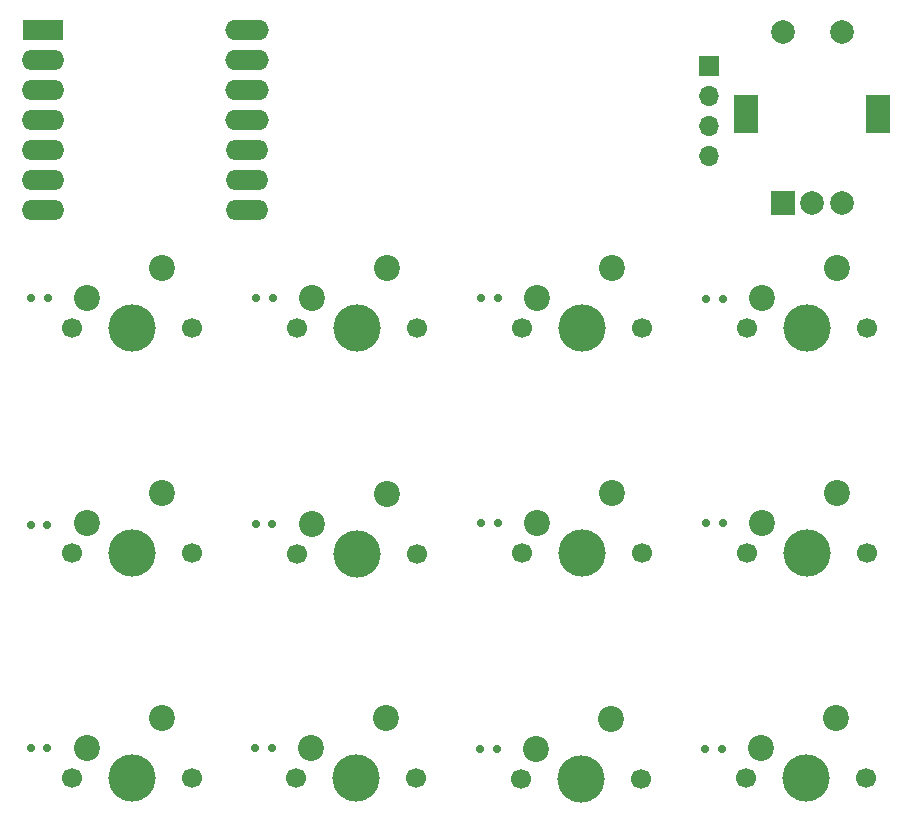
<source format=gbr>
%TF.GenerationSoftware,KiCad,Pcbnew,9.0.7*%
%TF.CreationDate,2026-02-22T16:46:49+05:30*%
%TF.ProjectId,Project,50726f6a-6563-4742-9e6b-696361645f70,rev?*%
%TF.SameCoordinates,Original*%
%TF.FileFunction,Soldermask,Top*%
%TF.FilePolarity,Negative*%
%FSLAX46Y46*%
G04 Gerber Fmt 4.6, Leading zero omitted, Abs format (unit mm)*
G04 Created by KiCad (PCBNEW 9.0.7) date 2026-02-22 16:46:49*
%MOMM*%
%LPD*%
G01*
G04 APERTURE LIST*
G04 Aperture macros list*
%AMRoundRect*
0 Rectangle with rounded corners*
0 $1 Rounding radius*
0 $2 $3 $4 $5 $6 $7 $8 $9 X,Y pos of 4 corners*
0 Add a 4 corners polygon primitive as box body*
4,1,4,$2,$3,$4,$5,$6,$7,$8,$9,$2,$3,0*
0 Add four circle primitives for the rounded corners*
1,1,$1+$1,$2,$3*
1,1,$1+$1,$4,$5*
1,1,$1+$1,$6,$7*
1,1,$1+$1,$8,$9*
0 Add four rect primitives between the rounded corners*
20,1,$1+$1,$2,$3,$4,$5,0*
20,1,$1+$1,$4,$5,$6,$7,0*
20,1,$1+$1,$6,$7,$8,$9,0*
20,1,$1+$1,$8,$9,$2,$3,0*%
G04 Aperture macros list end*
%ADD10C,1.700000*%
%ADD11C,4.000000*%
%ADD12C,2.200000*%
%ADD13RoundRect,0.150000X0.150000X0.200000X-0.150000X0.200000X-0.150000X-0.200000X0.150000X-0.200000X0*%
%ADD14R,1.700000X1.700000*%
%ADD15O,1.700000X1.700000*%
%ADD16R,3.500000X1.700000*%
%ADD17O,3.600000X1.700000*%
%ADD18O,3.700000X1.700000*%
%ADD19R,2.000000X2.000000*%
%ADD20C,2.000000*%
%ADD21R,2.000000X3.200000*%
G04 APERTURE END LIST*
D10*
%TO.C,SW5*%
X127840000Y-83940000D03*
D11*
X132920000Y-83940000D03*
D10*
X138000000Y-83940000D03*
D12*
X135460000Y-78860000D03*
X129110000Y-81400000D03*
%TD*%
D10*
%TO.C,SW2*%
X108821412Y-83903638D03*
D11*
X113901412Y-83903638D03*
D10*
X118981412Y-83903638D03*
D12*
X116441412Y-78823638D03*
X110091412Y-81363638D03*
%TD*%
D13*
%TO.C,D11*%
X162520000Y-81340000D03*
X163920000Y-81340000D03*
%TD*%
%TO.C,D6*%
X124360000Y-100390000D03*
X125760000Y-100390000D03*
%TD*%
D10*
%TO.C,SW9*%
X146878770Y-103001230D03*
D11*
X151958770Y-103001230D03*
D10*
X157038770Y-103001230D03*
D12*
X154498770Y-97921230D03*
X148148770Y-100461230D03*
%TD*%
D13*
%TO.C,D7*%
X143470397Y-62299999D03*
X144870397Y-62299999D03*
%TD*%
%TO.C,D9*%
X143410000Y-100470000D03*
X144810000Y-100470000D03*
%TD*%
D10*
%TO.C,SW10*%
X165982737Y-64838559D03*
D11*
X171062737Y-64838559D03*
D10*
X176142737Y-64838559D03*
D12*
X173602737Y-59758559D03*
X167252737Y-62298559D03*
%TD*%
D13*
%TO.C,D8*%
X143468068Y-81382911D03*
X144868068Y-81382911D03*
%TD*%
D10*
%TO.C,SW3*%
X108818861Y-102963487D03*
D11*
X113898861Y-102963487D03*
D10*
X118978861Y-102963487D03*
D12*
X116438861Y-97883487D03*
X110088861Y-100423487D03*
%TD*%
D14*
%TO.C,J1*%
X162745000Y-42665000D03*
D15*
X162745000Y-45205000D03*
X162745000Y-47745000D03*
X162745000Y-50285000D03*
%TD*%
D10*
%TO.C,SW8*%
X146934033Y-83912144D03*
D11*
X152014033Y-83912144D03*
D10*
X157094033Y-83912144D03*
D12*
X154554033Y-78832144D03*
X148204033Y-81372144D03*
%TD*%
D10*
%TO.C,SW4*%
X127901541Y-64858357D03*
D11*
X132981541Y-64858357D03*
D10*
X138061541Y-64858357D03*
D12*
X135521541Y-59778357D03*
X129171541Y-62318357D03*
%TD*%
D13*
%TO.C,D4*%
X124422019Y-62315231D03*
X125822019Y-62315231D03*
%TD*%
D10*
%TO.C,SW12*%
X165912616Y-102964537D03*
D11*
X170992616Y-102964537D03*
D10*
X176072616Y-102964537D03*
D12*
X173532616Y-97884537D03*
X167182616Y-100424537D03*
%TD*%
D13*
%TO.C,D3*%
X105350648Y-100423487D03*
X106750648Y-100423487D03*
%TD*%
%TO.C,D1*%
X105361350Y-62319840D03*
X106761350Y-62319840D03*
%TD*%
%TO.C,D10*%
X162517005Y-62357777D03*
X163917005Y-62357777D03*
%TD*%
D16*
%TO.C,U1*%
X106370000Y-39580000D03*
D17*
X106370000Y-42120000D03*
X106370000Y-44660000D03*
X106370000Y-47200000D03*
X106370000Y-49740000D03*
X106370000Y-52280000D03*
X106370000Y-54820000D03*
X123620000Y-54820000D03*
X123620000Y-52280000D03*
X123620000Y-49740000D03*
D18*
X123620000Y-47200000D03*
X123620000Y-44660000D03*
X123620000Y-42120000D03*
X123620000Y-39580000D03*
%TD*%
D13*
%TO.C,D2*%
X105335346Y-81486663D03*
X106735346Y-81486663D03*
%TD*%
D19*
%TO.C,SW13*%
X169000000Y-54250000D03*
D20*
X174000000Y-54250000D03*
X171500000Y-54250000D03*
D21*
X165900000Y-46750000D03*
X177100000Y-46750000D03*
D20*
X174000000Y-39750000D03*
X169000000Y-39750000D03*
%TD*%
D10*
%TO.C,SW11*%
X165997431Y-83874908D03*
D11*
X171077431Y-83874908D03*
D10*
X176157431Y-83874908D03*
D12*
X173617431Y-78794908D03*
X167267431Y-81334908D03*
%TD*%
D10*
%TO.C,SW7*%
X146940000Y-64840000D03*
D11*
X152020000Y-64840000D03*
D10*
X157100000Y-64840000D03*
D12*
X154560000Y-59760000D03*
X148210000Y-62300000D03*
%TD*%
D10*
%TO.C,SW6*%
X127830000Y-102930000D03*
D11*
X132910000Y-102930000D03*
D10*
X137990000Y-102930000D03*
D12*
X135450000Y-97850000D03*
X129100000Y-100390000D03*
%TD*%
D10*
%TO.C,SW1*%
X108840000Y-64860000D03*
D11*
X113920000Y-64860000D03*
D10*
X119000000Y-64860000D03*
D12*
X116460000Y-59780000D03*
X110110000Y-62320000D03*
%TD*%
D13*
%TO.C,D5*%
X124370000Y-81400000D03*
X125770000Y-81400000D03*
%TD*%
%TO.C,D12*%
X162432500Y-100440000D03*
X163832500Y-100440000D03*
%TD*%
M02*

</source>
